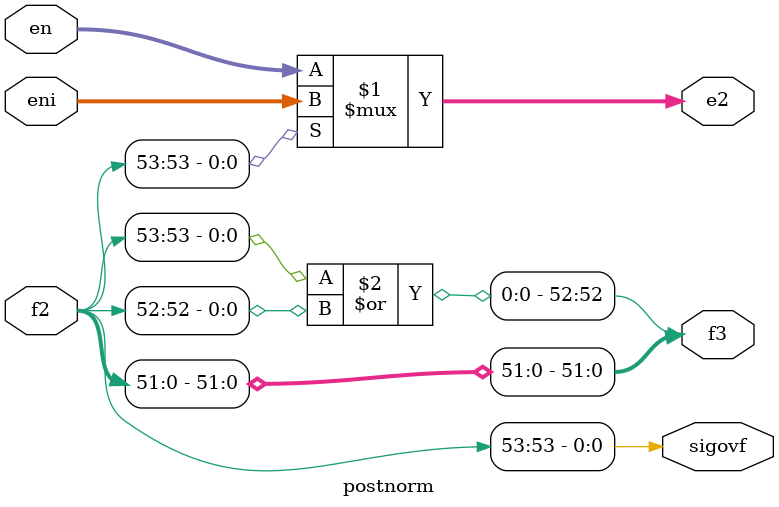
<source format=sv>
module postnorm(
    input [10:0] en,
    input [10:0] eni,
    input [53:0] f2,

    output sigovf,
    output [10:0] e2,
    output [52:0] f3
);

assign sigovf = f2[53];
assign e2 =  f2[53] ? eni : en;
assign f3 =  {f2[53] | f2[52], f2[51:0]};

endmodule


</source>
